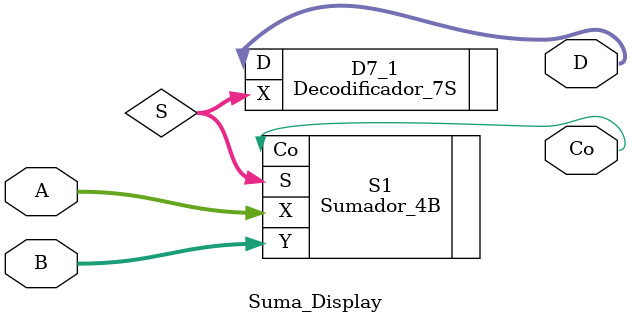
<source format=v>
`timescale 1ns / 1ps

module Suma_Display(A,B,D,Co);
	
	input [3:0] A;
	input [3:0] B;
	output [3:0] D;
	output Co;
	
	wire [3:0] S;
	
	Sumador_4B S1 (.X(A),.Y(B),.S(S),.Co(Co));
	Decodificador_7S D7_1 (.X(S),.D(D));
	
endmodule

</source>
